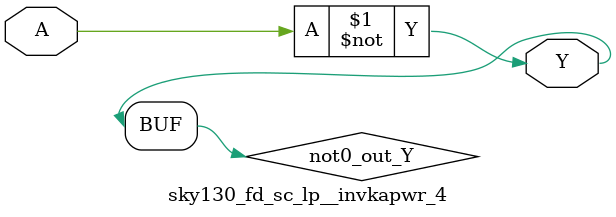
<source format=v>
/*
 * Copyright 2020 The SkyWater PDK Authors
 *
 * Licensed under the Apache License, Version 2.0 (the "License");
 * you may not use this file except in compliance with the License.
 * You may obtain a copy of the License at
 *
 *     https://www.apache.org/licenses/LICENSE-2.0
 *
 * Unless required by applicable law or agreed to in writing, software
 * distributed under the License is distributed on an "AS IS" BASIS,
 * WITHOUT WARRANTIES OR CONDITIONS OF ANY KIND, either express or implied.
 * See the License for the specific language governing permissions and
 * limitations under the License.
 *
 * SPDX-License-Identifier: Apache-2.0
*/


`ifndef SKY130_FD_SC_LP__INVKAPWR_4_FUNCTIONAL_V
`define SKY130_FD_SC_LP__INVKAPWR_4_FUNCTIONAL_V

/**
 * invkapwr: Inverter on keep-alive power rail.
 *
 * Verilog simulation functional model.
 */

`timescale 1ns / 1ps
`default_nettype none

`celldefine
module sky130_fd_sc_lp__invkapwr_4 (
    Y,
    A
);

    // Module ports
    output Y;
    input  A;

    // Local signals
    wire not0_out_Y;

    //  Name  Output      Other arguments
    not not0 (not0_out_Y, A              );
    buf buf0 (Y         , not0_out_Y     );

endmodule
`endcelldefine

`default_nettype wire
`endif  // SKY130_FD_SC_LP__INVKAPWR_4_FUNCTIONAL_V

</source>
